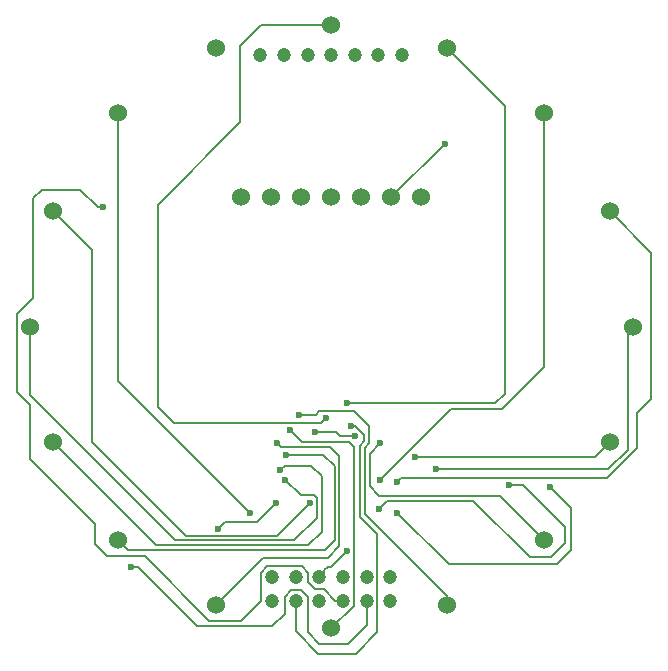
<source format=gbl>
%FSLAX24Y24*%
%MOIN*%
G70*
G01*
G75*
G04 Layer_Physical_Order=2*
G04 Layer_Color=16711680*
%ADD10R,0.0276X0.0354*%
%ADD11P,0.0445X4X112.5*%
%ADD12R,0.0354X0.0315*%
%ADD13R,0.0315X0.0354*%
%ADD14R,0.0354X0.0276*%
%ADD15P,0.0445X4X67.5*%
%ADD16P,0.0445X4X382.5*%
%ADD17P,0.0445X4X157.5*%
%ADD18R,0.0250X0.0098*%
%ADD19C,0.0079*%
%ADD20C,0.0004*%
%ADD21C,0.0472*%
%ADD22C,0.0600*%
%ADD23C,0.0236*%
D19*
X5787Y-2244D02*
Y7344D01*
X5472Y-2559D02*
X5787Y-2244D01*
X512Y-2559D02*
X5472D01*
X7106Y-1358D02*
Y7106D01*
X5709Y-2756D02*
X7106Y-1358D01*
X4005Y-2756D02*
X5709D01*
X-406Y-2824D02*
X763D01*
X1633Y-5128D02*
X4005Y-2756D01*
X-5245Y-3220D02*
X-330D01*
X-5787Y-2677D02*
X-5245Y-3220D01*
X-5787Y-2677D02*
Y4053D01*
X-394Y-10591D02*
X551D01*
X-790Y-10194D02*
X-394Y-10591D01*
X-790Y-10194D02*
Y-8999D01*
X1181Y-9961D02*
Y-9144D01*
X551Y-10591D02*
X1181Y-9961D01*
X1540Y-10192D02*
Y-6920D01*
X827Y-10906D02*
X1540Y-10192D01*
X-433Y-10906D02*
X827D01*
X-1181Y-10157D02*
X-433Y-10906D01*
X-1181Y-10157D02*
Y-9144D01*
X-2993Y-9803D02*
X-2350Y-9160D01*
X-4057Y-9803D02*
X-2993D01*
X-6200Y-7660D02*
X-4057Y-9803D01*
X6614Y-7677D02*
X7323D01*
X4737Y-5800D02*
X6614Y-7677D01*
X1850Y-5800D02*
X4737D01*
X7323Y-7677D02*
X7795Y-7205D01*
Y-6693D01*
X6382Y-5280D02*
X7795Y-6693D01*
X7992Y-7231D02*
Y-6032D01*
Y-7441D02*
Y-7231D01*
X5940Y-5280D02*
X6382D01*
X7520Y-7913D02*
X7992Y-7441D01*
X7290Y-5330D02*
X7992Y-6032D01*
X3913Y-7913D02*
X7520D01*
X2200Y-6200D02*
X3913Y-7913D01*
X9882Y-168D02*
X10050Y0D01*
X9882Y-4098D02*
Y-168D01*
X9240Y-4740D02*
X9882Y-4098D01*
X9285Y3846D02*
X10669Y2462D01*
Y-2401D02*
Y2462D01*
X10190Y-2880D02*
X10669Y-2401D01*
X-3031Y9370D02*
X-2352Y10050D01*
X0D01*
X-3031Y6809D02*
Y9370D01*
X-5787Y4053D02*
X-3031Y6809D01*
X-9646Y4567D02*
X-8357D01*
X-9930Y4283D02*
X-9646Y4567D01*
X-9930Y960D02*
Y4283D01*
X-8357Y4567D02*
X-7766Y3976D01*
X3846Y9285D02*
X5787Y7344D01*
X-7766Y3976D02*
X-7598D01*
X-230Y-8356D02*
Y-8110D01*
X-330Y-3220D02*
X-170Y-3060D01*
X-7106Y-1814D02*
Y7106D01*
Y-1814D02*
X-2710Y-6210D01*
X-9285Y3846D02*
X-7980Y2541D01*
Y-3840D02*
Y2541D01*
Y-3840D02*
X-4851Y-6969D01*
X-1799D01*
X-720Y-5890D01*
X-1540Y-5100D02*
X-1020Y-5620D01*
X-580D01*
X-480Y-5720D01*
Y-6380D02*
Y-5720D01*
X-1226Y-7126D02*
X-480Y-6380D01*
X-5204Y-7126D02*
X-1226D01*
X-10050Y-2280D02*
X-5204Y-7126D01*
X-10050Y-2280D02*
Y0D01*
X-1710Y-4790D02*
X-1550Y-4630D01*
X-680D01*
X-320Y-4990D01*
Y-6830D02*
Y-4990D01*
X-773Y-7283D02*
X-320Y-6830D01*
X-5847Y-7283D02*
X-773D01*
X-9285Y-3846D02*
X-5847Y-7283D01*
X-3846Y-9285D02*
X-2271Y-7710D01*
X-120D01*
X274Y-7316D01*
Y-4324D01*
X-39Y-4011D02*
X274Y-4324D01*
X-1679Y-4011D02*
X-39D01*
X-1810Y-3881D02*
X-1679Y-4011D01*
X0Y-10050D02*
X750Y-9300D01*
Y-4020D01*
X584Y-3854D02*
X750Y-4020D01*
X-976Y-3854D02*
X584D01*
X-1370Y-3460D02*
X-976Y-3854D01*
X-1090Y-2930D02*
X-512D01*
X-406Y-2824D01*
X763D02*
X1266Y-3326D01*
Y-3887D02*
Y-3326D01*
X1110Y-4043D02*
X1266Y-3887D01*
X1110Y-6232D02*
Y-4043D01*
Y-6232D02*
X3846Y-8968D01*
Y-9285D02*
Y-8968D01*
X5640Y-5640D02*
X7106Y-7106D01*
X1600Y-5640D02*
X5640D01*
X1280Y-5320D02*
X1600Y-5640D01*
X1280Y-5320D02*
Y-4238D01*
X1640Y-3878D01*
X2780Y-4350D02*
X8781D01*
X9285Y-3846D01*
X3500Y-4740D02*
X9240D01*
X10190Y-4030D02*
Y-2880D01*
X9181Y-5039D02*
X10190Y-4030D01*
X2339Y-5039D02*
X9181D01*
X2188Y-5190D02*
X2339Y-5039D01*
X664Y-3300D02*
X807D01*
X1109Y-3602D01*
Y-3818D02*
Y-3602D01*
X950Y-3976D02*
X1109Y-3818D01*
X950Y-6330D02*
Y-3976D01*
Y-6330D02*
X1540Y-6920D01*
X140Y-9144D02*
X394D01*
X-254Y-8750D02*
X140Y-9144D01*
X-550Y-8750D02*
X-254D01*
X-780Y-8520D02*
X-550Y-8750D01*
X-780Y-8520D02*
Y-8200D01*
X-990Y-7990D02*
X-780Y-8200D01*
X-2140Y-7990D02*
X-990D01*
X-2350Y-8200D02*
X-2140Y-7990D01*
X-2350Y-9160D02*
Y-8200D01*
X-7460Y-7660D02*
X-6200D01*
X-7880Y-7240D02*
X-7460Y-7660D01*
X-7880Y-7240D02*
Y-6570D01*
X-10040Y-4410D02*
X-7880Y-6570D01*
X-10040Y-4410D02*
Y-2620D01*
X-10470Y-2190D02*
X-10040Y-2620D01*
X-10470Y-2190D02*
Y420D01*
X-9930Y960D01*
X-1000Y-8789D02*
X-790Y-8999D01*
X-1329Y-8789D02*
X-1000D01*
X-1540Y-9000D02*
X-1329Y-8789D01*
X-1540Y-9570D02*
Y-9000D01*
X-1960Y-9990D02*
X-1540Y-9570D01*
X-4460Y-9990D02*
X-1960D01*
X-6430Y-8020D02*
X-4460Y-9990D01*
X-6670Y-8020D02*
X-6430D01*
X1580Y-6070D02*
X1850Y-5800D01*
X-394Y-8356D02*
X-230D01*
Y-8110D02*
X-120Y-8000D01*
X-20D01*
X510Y-7470D01*
X280Y-3650D02*
X780D01*
X150Y-3520D02*
X280Y-3650D01*
X-540Y-3520D02*
X150D01*
X-3760Y-6730D02*
X-3530Y-6500D01*
X-2470D01*
X-1851Y-5881D01*
X2008Y4331D02*
X3777Y6100D01*
X-1520Y-4270D02*
X-260D01*
X116Y-4646D01*
Y-7124D02*
Y-4646D01*
X-201Y-7441D02*
X116Y-7124D01*
X-6772Y-7441D02*
X-201D01*
X-7106Y-7106D02*
X-6772Y-7441D01*
D21*
X-1969Y-9144D02*
D03*
X-1181D02*
D03*
X-394D02*
D03*
X394D02*
D03*
X1181D02*
D03*
X1969D02*
D03*
Y-8356D02*
D03*
X1181D02*
D03*
X394D02*
D03*
X-394D02*
D03*
X-1181D02*
D03*
X-1969D02*
D03*
X-2362Y9050D02*
D03*
X-1575D02*
D03*
X-787D02*
D03*
X0D02*
D03*
X787D02*
D03*
X1575D02*
D03*
X2362D02*
D03*
D22*
X3008Y4331D02*
D03*
X2008D02*
D03*
X1008D02*
D03*
X8Y4331D02*
D03*
X-992D02*
D03*
X-1992Y4331D02*
D03*
X-2992Y4331D02*
D03*
X9285Y3846D02*
D03*
X10050Y0D02*
D03*
X9285Y-3846D02*
D03*
X7106Y-7106D02*
D03*
X3846Y-9285D02*
D03*
X0Y-10050D02*
D03*
X-3846Y-9285D02*
D03*
X-7106Y-7106D02*
D03*
X-9285Y-3846D02*
D03*
X-10050Y0D02*
D03*
X-9285Y3846D02*
D03*
X-7106Y7106D02*
D03*
X-3846Y9285D02*
D03*
X0Y10050D02*
D03*
X3846Y9285D02*
D03*
X7106Y7106D02*
D03*
D23*
X512Y-2559D02*
D03*
X-7598Y3976D02*
D03*
X1633Y-5128D02*
D03*
X-170Y-3060D02*
D03*
X-2710Y-6210D02*
D03*
X-720Y-5890D02*
D03*
X-1540Y-5100D02*
D03*
X-1710Y-4790D02*
D03*
X-1810Y-3881D02*
D03*
X-1370Y-3460D02*
D03*
X-1090Y-2930D02*
D03*
X1640Y-3878D02*
D03*
X2780Y-4350D02*
D03*
X3500Y-4740D02*
D03*
X2188Y-5190D02*
D03*
X664Y-3300D02*
D03*
X-6670Y-8020D02*
D03*
X7290Y-5330D02*
D03*
X2200Y-6200D02*
D03*
X5940Y-5280D02*
D03*
X1580Y-6070D02*
D03*
X510Y-7470D02*
D03*
X780Y-3650D02*
D03*
X-540Y-3520D02*
D03*
X-3760Y-6730D02*
D03*
X-1851Y-5881D02*
D03*
X3777Y6100D02*
D03*
X-1520Y-4270D02*
D03*
M02*

</source>
